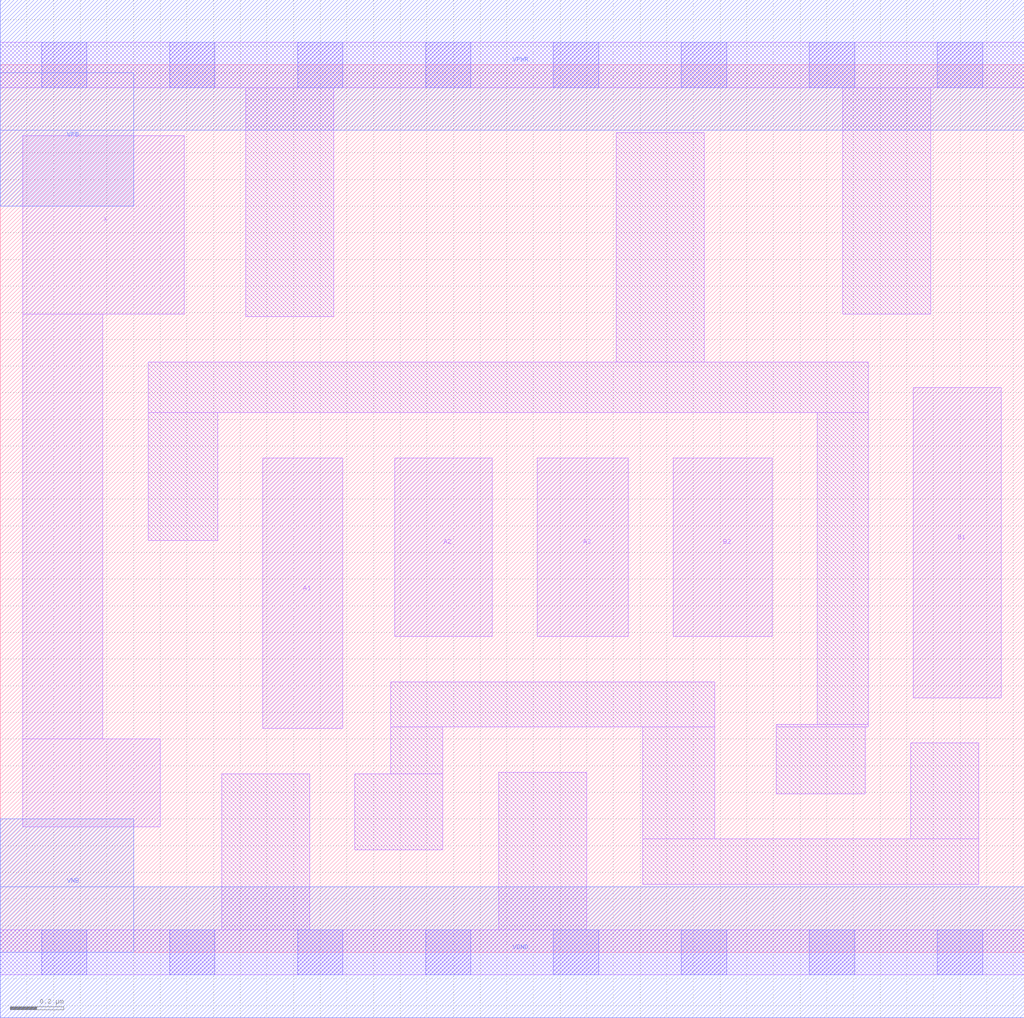
<source format=lef>
# Copyright 2020 The SkyWater PDK Authors
#
# Licensed under the Apache License, Version 2.0 (the "License");
# you may not use this file except in compliance with the License.
# You may obtain a copy of the License at
#
#     https://www.apache.org/licenses/LICENSE-2.0
#
# Unless required by applicable law or agreed to in writing, software
# distributed under the License is distributed on an "AS IS" BASIS,
# WITHOUT WARRANTIES OR CONDITIONS OF ANY KIND, either express or implied.
# See the License for the specific language governing permissions and
# limitations under the License.
#
# SPDX-License-Identifier: Apache-2.0

VERSION 5.5 ;
NAMESCASESENSITIVE ON ;
BUSBITCHARS "[]" ;
DIVIDERCHAR "/" ;
MACRO sky130_fd_sc_lp__o32a_0
  CLASS CORE ;
  SOURCE USER ;
  ORIGIN  0.000000  0.000000 ;
  SIZE  3.840000 BY  3.330000 ;
  SYMMETRY X Y R90 ;
  SITE unit ;
  PIN A1
    ANTENNAGATEAREA  0.159000 ;
    DIRECTION INPUT ;
    USE SIGNAL ;
    PORT
      LAYER li1 ;
        RECT 0.985000 0.840000 1.285000 1.855000 ;
    END
  END A1
  PIN A2
    ANTENNAGATEAREA  0.159000 ;
    DIRECTION INPUT ;
    USE SIGNAL ;
    PORT
      LAYER li1 ;
        RECT 1.480000 1.185000 1.845000 1.855000 ;
    END
  END A2
  PIN A3
    ANTENNAGATEAREA  0.159000 ;
    DIRECTION INPUT ;
    USE SIGNAL ;
    PORT
      LAYER li1 ;
        RECT 2.015000 1.185000 2.355000 1.855000 ;
    END
  END A3
  PIN B1
    ANTENNAGATEAREA  0.159000 ;
    DIRECTION INPUT ;
    USE SIGNAL ;
    PORT
      LAYER li1 ;
        RECT 3.425000 0.955000 3.755000 2.120000 ;
    END
  END B1
  PIN B2
    ANTENNAGATEAREA  0.159000 ;
    DIRECTION INPUT ;
    USE SIGNAL ;
    PORT
      LAYER li1 ;
        RECT 2.525000 1.185000 2.895000 1.855000 ;
    END
  END B2
  PIN X
    ANTENNADIFFAREA  0.280900 ;
    DIRECTION OUTPUT ;
    USE SIGNAL ;
    PORT
      LAYER li1 ;
        RECT 0.085000 0.470000 0.600000 0.800000 ;
        RECT 0.085000 0.800000 0.385000 2.395000 ;
        RECT 0.085000 2.395000 0.690000 3.065000 ;
    END
  END X
  PIN VGND
    DIRECTION INOUT ;
    USE GROUND ;
    PORT
      LAYER met1 ;
        RECT 0.000000 -0.245000 3.840000 0.245000 ;
    END
  END VGND
  PIN VNB
    DIRECTION INOUT ;
    USE GROUND ;
    PORT
    END
  END VNB
  PIN VPB
    DIRECTION INOUT ;
    USE POWER ;
    PORT
    END
  END VPB
  PIN VNB
    DIRECTION INOUT ;
    USE GROUND ;
    PORT
      LAYER met1 ;
        RECT 0.000000 0.000000 0.500000 0.500000 ;
    END
  END VNB
  PIN VPB
    DIRECTION INOUT ;
    USE POWER ;
    PORT
      LAYER met1 ;
        RECT 0.000000 2.800000 0.500000 3.300000 ;
    END
  END VPB
  PIN VPWR
    DIRECTION INOUT ;
    USE POWER ;
    PORT
      LAYER met1 ;
        RECT 0.000000 3.085000 3.840000 3.575000 ;
    END
  END VPWR
  OBS
    LAYER li1 ;
      RECT 0.000000 -0.085000 3.840000 0.085000 ;
      RECT 0.000000  3.245000 3.840000 3.415000 ;
      RECT 0.555000  1.545000 0.815000 2.025000 ;
      RECT 0.555000  2.025000 3.255000 2.215000 ;
      RECT 0.830000  0.085000 1.160000 0.670000 ;
      RECT 0.920000  2.385000 1.250000 3.245000 ;
      RECT 1.330000  0.385000 1.660000 0.670000 ;
      RECT 1.465000  0.670000 1.660000 0.845000 ;
      RECT 1.465000  0.845000 2.680000 1.015000 ;
      RECT 1.870000  0.085000 2.200000 0.675000 ;
      RECT 2.310000  2.215000 2.640000 3.075000 ;
      RECT 2.410000  0.255000 3.670000 0.425000 ;
      RECT 2.410000  0.425000 2.680000 0.845000 ;
      RECT 2.910000  0.595000 3.245000 0.845000 ;
      RECT 2.910000  0.845000 3.255000 0.855000 ;
      RECT 3.065000  0.855000 3.255000 2.025000 ;
      RECT 3.160000  2.395000 3.490000 3.245000 ;
      RECT 3.415000  0.425000 3.670000 0.785000 ;
    LAYER mcon ;
      RECT 0.155000 -0.085000 0.325000 0.085000 ;
      RECT 0.155000  3.245000 0.325000 3.415000 ;
      RECT 0.635000 -0.085000 0.805000 0.085000 ;
      RECT 0.635000  3.245000 0.805000 3.415000 ;
      RECT 1.115000 -0.085000 1.285000 0.085000 ;
      RECT 1.115000  3.245000 1.285000 3.415000 ;
      RECT 1.595000 -0.085000 1.765000 0.085000 ;
      RECT 1.595000  3.245000 1.765000 3.415000 ;
      RECT 2.075000 -0.085000 2.245000 0.085000 ;
      RECT 2.075000  3.245000 2.245000 3.415000 ;
      RECT 2.555000 -0.085000 2.725000 0.085000 ;
      RECT 2.555000  3.245000 2.725000 3.415000 ;
      RECT 3.035000 -0.085000 3.205000 0.085000 ;
      RECT 3.035000  3.245000 3.205000 3.415000 ;
      RECT 3.515000 -0.085000 3.685000 0.085000 ;
      RECT 3.515000  3.245000 3.685000 3.415000 ;
  END
END sky130_fd_sc_lp__o32a_0
END LIBRARY

</source>
